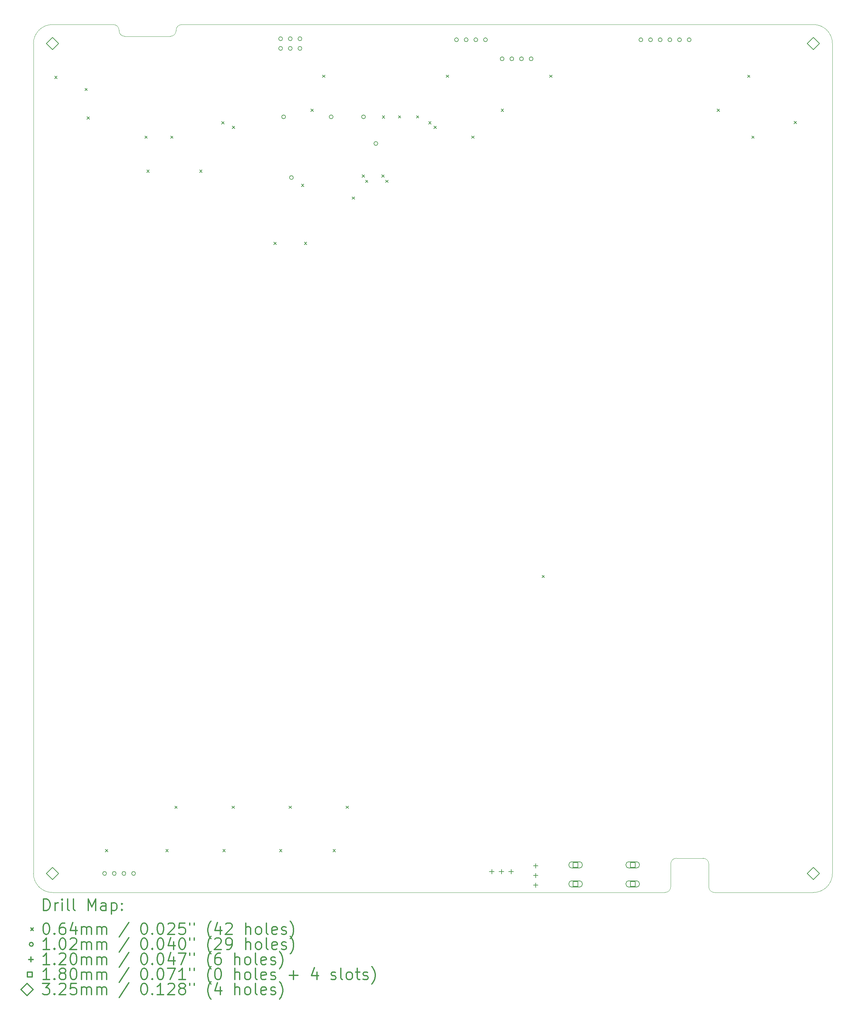
<source format=gbr>
%FSLAX45Y45*%
G04 Gerber Fmt 4.5, Leading zero omitted, Abs format (unit mm)*
G04 Created by KiCad (PCBNEW 0.201501251816+5388~20~ubuntu14.10.1-product) date Monday 26 January 2015 05:00:08 PM IST*
%MOMM*%
G01*
G04 APERTURE LIST*
%ADD10C,0.127000*%
%ADD11C,0.100000*%
%ADD12C,0.200000*%
%ADD13C,0.300000*%
G04 APERTURE END LIST*
D10*
D11*
X22000000Y-26900000D02*
X5900000Y-26900000D01*
X23300000Y-26900000D02*
X25900000Y-26900000D01*
X23150000Y-26150000D02*
X23150000Y-26750000D01*
X22150000Y-26750000D02*
X22150000Y-26150000D01*
X23150000Y-26750000D02*
G75*
G03X23300000Y-26900000I150000J0D01*
G01*
X22000000Y-26900000D02*
G75*
G03X22150000Y-26750000I0J150000D01*
G01*
X23150000Y-26150000D02*
G75*
G03X23000000Y-26000000I-150000J0D01*
G01*
X22300000Y-26000000D02*
G75*
G03X22150000Y-26150000I0J-150000D01*
G01*
X26400000Y-4600000D02*
X26400000Y-26400000D01*
X9300000Y-4100000D02*
X25900000Y-4100000D01*
X7500000Y-4100000D02*
X5900000Y-4100000D01*
X7650000Y-4250000D02*
X7650000Y-4260000D01*
X7650000Y-4250000D02*
G75*
G03X7500000Y-4100000I-150000J0D01*
G01*
X9150000Y-4250000D02*
X9150000Y-4260000D01*
X9300000Y-4100000D02*
G75*
G03X9150000Y-4250000I0J-150000D01*
G01*
X9000000Y-4410000D02*
G75*
G03X9150000Y-4260000I0J150000D01*
G01*
X7650000Y-4260000D02*
G75*
G03X7800000Y-4410000I150000J0D01*
G01*
X8400000Y-4410000D02*
X9000000Y-4410000D01*
X8400000Y-4410000D02*
X7800000Y-4410000D01*
X5400000Y-26400000D02*
X5400000Y-4600000D01*
X25900000Y-26900000D02*
G75*
G03X26400000Y-26400000I0J500000D01*
G01*
X26400000Y-4600000D02*
G75*
G03X25900000Y-4100000I-500000J0D01*
G01*
X5900000Y-4100000D02*
G75*
G03X5400000Y-4600000I0J-500000D01*
G01*
X5400000Y-26400000D02*
G75*
G03X5900000Y-26900000I500000J0D01*
G01*
X23000000Y-26000000D02*
X22300000Y-26000000D01*
D12*
X5958250Y-5458250D02*
X6021750Y-5521750D01*
X6021750Y-5458250D02*
X5958250Y-5521750D01*
X6753250Y-5773250D02*
X6816750Y-5836750D01*
X6816750Y-5773250D02*
X6753250Y-5836750D01*
X6808250Y-6523250D02*
X6871750Y-6586750D01*
X6871750Y-6523250D02*
X6808250Y-6586750D01*
X7293250Y-25768250D02*
X7356750Y-25831750D01*
X7356750Y-25768250D02*
X7293250Y-25831750D01*
X8328250Y-7028250D02*
X8391750Y-7091750D01*
X8391750Y-7028250D02*
X8328250Y-7091750D01*
X8378250Y-7918250D02*
X8441750Y-7981750D01*
X8441750Y-7918250D02*
X8378250Y-7981750D01*
X8878250Y-25768250D02*
X8941750Y-25831750D01*
X8941750Y-25768250D02*
X8878250Y-25831750D01*
X9008250Y-7028250D02*
X9071750Y-7091750D01*
X9071750Y-7028250D02*
X9008250Y-7091750D01*
X9118250Y-24628250D02*
X9181750Y-24691750D01*
X9181750Y-24628250D02*
X9118250Y-24691750D01*
X9768250Y-7918250D02*
X9831750Y-7981750D01*
X9831750Y-7918250D02*
X9768250Y-7981750D01*
X10348250Y-6648250D02*
X10411750Y-6711750D01*
X10411750Y-6648250D02*
X10348250Y-6711750D01*
X10378250Y-25768250D02*
X10441750Y-25831750D01*
X10441750Y-25768250D02*
X10378250Y-25831750D01*
X10618250Y-24628250D02*
X10681750Y-24691750D01*
X10681750Y-24628250D02*
X10618250Y-24691750D01*
X10628250Y-6768250D02*
X10691750Y-6831750D01*
X10691750Y-6768250D02*
X10628250Y-6831750D01*
X11718250Y-9818250D02*
X11781750Y-9881750D01*
X11781750Y-9818250D02*
X11718250Y-9881750D01*
X11868250Y-25768250D02*
X11931750Y-25831750D01*
X11931750Y-25768250D02*
X11868250Y-25831750D01*
X12118250Y-24628250D02*
X12181750Y-24691750D01*
X12181750Y-24628250D02*
X12118250Y-24691750D01*
X12443250Y-8293250D02*
X12506750Y-8356750D01*
X12506750Y-8293250D02*
X12443250Y-8356750D01*
X12518250Y-9818250D02*
X12581750Y-9881750D01*
X12581750Y-9818250D02*
X12518250Y-9881750D01*
X12693250Y-6318250D02*
X12756750Y-6381750D01*
X12756750Y-6318250D02*
X12693250Y-6381750D01*
X12998250Y-5428250D02*
X13061750Y-5491750D01*
X13061750Y-5428250D02*
X12998250Y-5491750D01*
X13273250Y-25768250D02*
X13336750Y-25831750D01*
X13336750Y-25768250D02*
X13273250Y-25831750D01*
X13618250Y-24628250D02*
X13681750Y-24691750D01*
X13681750Y-24628250D02*
X13618250Y-24691750D01*
X13778250Y-8628250D02*
X13841750Y-8691750D01*
X13841750Y-8628250D02*
X13778250Y-8691750D01*
X14038250Y-8048250D02*
X14101750Y-8111750D01*
X14101750Y-8048250D02*
X14038250Y-8111750D01*
X14128250Y-8188250D02*
X14191750Y-8251750D01*
X14191750Y-8188250D02*
X14128250Y-8251750D01*
X14558250Y-8048250D02*
X14621750Y-8111750D01*
X14621750Y-8048250D02*
X14558250Y-8111750D01*
X14568250Y-6498250D02*
X14631750Y-6561750D01*
X14631750Y-6498250D02*
X14568250Y-6561750D01*
X14658250Y-8188250D02*
X14721750Y-8251750D01*
X14721750Y-8188250D02*
X14658250Y-8251750D01*
X14993250Y-6493250D02*
X15056750Y-6556750D01*
X15056750Y-6493250D02*
X14993250Y-6556750D01*
X15468250Y-6493250D02*
X15531750Y-6556750D01*
X15531750Y-6493250D02*
X15468250Y-6556750D01*
X15788250Y-6648250D02*
X15851750Y-6711750D01*
X15851750Y-6648250D02*
X15788250Y-6711750D01*
X15928250Y-6768250D02*
X15991750Y-6831750D01*
X15991750Y-6768250D02*
X15928250Y-6831750D01*
X16248250Y-5428250D02*
X16311750Y-5491750D01*
X16311750Y-5428250D02*
X16248250Y-5491750D01*
X16918250Y-7028250D02*
X16981750Y-7091750D01*
X16981750Y-7028250D02*
X16918250Y-7091750D01*
X17693250Y-6318250D02*
X17756750Y-6381750D01*
X17756750Y-6318250D02*
X17693250Y-6381750D01*
X18768250Y-18568250D02*
X18831750Y-18631750D01*
X18831750Y-18568250D02*
X18768250Y-18631750D01*
X18968250Y-5428250D02*
X19031750Y-5491750D01*
X19031750Y-5428250D02*
X18968250Y-5491750D01*
X23368250Y-6318250D02*
X23431750Y-6381750D01*
X23431750Y-6318250D02*
X23368250Y-6381750D01*
X24168250Y-5428250D02*
X24231750Y-5491750D01*
X24231750Y-5428250D02*
X24168250Y-5491750D01*
X24278250Y-7028250D02*
X24341750Y-7091750D01*
X24341750Y-7028250D02*
X24278250Y-7091750D01*
X25393250Y-6643250D02*
X25456750Y-6706750D01*
X25456750Y-6643250D02*
X25393250Y-6706750D01*
X7320000Y-26400000D02*
G75*
G03X7320000Y-26400000I-51000J0D01*
G01*
X7574000Y-26400000D02*
G75*
G03X7574000Y-26400000I-51000J0D01*
G01*
X7828000Y-26400000D02*
G75*
G03X7828000Y-26400000I-51000J0D01*
G01*
X8082000Y-26400000D02*
G75*
G03X8082000Y-26400000I-51000J0D01*
G01*
X11947000Y-4473000D02*
G75*
G03X11947000Y-4473000I-51000J0D01*
G01*
X11947000Y-4727000D02*
G75*
G03X11947000Y-4727000I-51000J0D01*
G01*
X12026000Y-6525000D02*
G75*
G03X12026000Y-6525000I-51000J0D01*
G01*
X12201000Y-4473000D02*
G75*
G03X12201000Y-4473000I-51000J0D01*
G01*
X12201000Y-4727000D02*
G75*
G03X12201000Y-4727000I-51000J0D01*
G01*
X12231000Y-8120000D02*
G75*
G03X12231000Y-8120000I-51000J0D01*
G01*
X12455000Y-4473000D02*
G75*
G03X12455000Y-4473000I-51000J0D01*
G01*
X12455000Y-4727000D02*
G75*
G03X12455000Y-4727000I-51000J0D01*
G01*
X13276000Y-6525000D02*
G75*
G03X13276000Y-6525000I-51000J0D01*
G01*
X14126000Y-6525000D02*
G75*
G03X14126000Y-6525000I-51000J0D01*
G01*
X14451000Y-7225000D02*
G75*
G03X14451000Y-7225000I-51000J0D01*
G01*
X16570000Y-4500000D02*
G75*
G03X16570000Y-4500000I-51000J0D01*
G01*
X16824000Y-4500000D02*
G75*
G03X16824000Y-4500000I-51000J0D01*
G01*
X17078000Y-4500000D02*
G75*
G03X17078000Y-4500000I-51000J0D01*
G01*
X17332000Y-4500000D02*
G75*
G03X17332000Y-4500000I-51000J0D01*
G01*
X17770000Y-5000000D02*
G75*
G03X17770000Y-5000000I-51000J0D01*
G01*
X18024000Y-5000000D02*
G75*
G03X18024000Y-5000000I-51000J0D01*
G01*
X18278000Y-5000000D02*
G75*
G03X18278000Y-5000000I-51000J0D01*
G01*
X18532000Y-5000000D02*
G75*
G03X18532000Y-5000000I-51000J0D01*
G01*
X21416000Y-4500000D02*
G75*
G03X21416000Y-4500000I-51000J0D01*
G01*
X21670000Y-4500000D02*
G75*
G03X21670000Y-4500000I-51000J0D01*
G01*
X21924000Y-4500000D02*
G75*
G03X21924000Y-4500000I-51000J0D01*
G01*
X22178000Y-4500000D02*
G75*
G03X22178000Y-4500000I-51000J0D01*
G01*
X22432000Y-4500000D02*
G75*
G03X22432000Y-4500000I-51000J0D01*
G01*
X22686000Y-4500000D02*
G75*
G03X22686000Y-4500000I-51000J0D01*
G01*
X17446000Y-26290000D02*
X17446000Y-26410000D01*
X17386000Y-26350000D02*
X17506000Y-26350000D01*
X17700000Y-26290000D02*
X17700000Y-26410000D01*
X17640000Y-26350000D02*
X17760000Y-26350000D01*
X17954000Y-26290000D02*
X17954000Y-26410000D01*
X17894000Y-26350000D02*
X18014000Y-26350000D01*
X18600000Y-26136000D02*
X18600000Y-26256000D01*
X18540000Y-26196000D02*
X18660000Y-26196000D01*
X18600000Y-26390000D02*
X18600000Y-26510000D01*
X18540000Y-26450000D02*
X18660000Y-26450000D01*
X18600000Y-26644000D02*
X18600000Y-26764000D01*
X18540000Y-26704000D02*
X18660000Y-26704000D01*
X19713640Y-26238640D02*
X19713640Y-26111360D01*
X19586360Y-26111360D01*
X19586360Y-26238640D01*
X19713640Y-26238640D01*
X19550000Y-26255000D02*
X19750000Y-26255000D01*
X19550000Y-26095000D02*
X19750000Y-26095000D01*
X19750000Y-26255000D02*
G75*
G03X19750000Y-26095000I0J80000D01*
G01*
X19550000Y-26095000D02*
G75*
G03X19550000Y-26255000I0J-80000D01*
G01*
X19713640Y-26738640D02*
X19713640Y-26611360D01*
X19586360Y-26611360D01*
X19586360Y-26738640D01*
X19713640Y-26738640D01*
X19550000Y-26755000D02*
X19750000Y-26755000D01*
X19550000Y-26595000D02*
X19750000Y-26595000D01*
X19750000Y-26755000D02*
G75*
G03X19750000Y-26595000I0J80000D01*
G01*
X19550000Y-26595000D02*
G75*
G03X19550000Y-26755000I0J-80000D01*
G01*
X21213640Y-26238640D02*
X21213640Y-26111360D01*
X21086360Y-26111360D01*
X21086360Y-26238640D01*
X21213640Y-26238640D01*
X21050000Y-26255000D02*
X21250000Y-26255000D01*
X21050000Y-26095000D02*
X21250000Y-26095000D01*
X21250000Y-26255000D02*
G75*
G03X21250000Y-26095000I0J80000D01*
G01*
X21050000Y-26095000D02*
G75*
G03X21050000Y-26255000I0J-80000D01*
G01*
X21213640Y-26738640D02*
X21213640Y-26611360D01*
X21086360Y-26611360D01*
X21086360Y-26738640D01*
X21213640Y-26738640D01*
X21050000Y-26755000D02*
X21250000Y-26755000D01*
X21050000Y-26595000D02*
X21250000Y-26595000D01*
X21250000Y-26755000D02*
G75*
G03X21250000Y-26595000I0J80000D01*
G01*
X21050000Y-26595000D02*
G75*
G03X21050000Y-26755000I0J-80000D01*
G01*
X5900000Y-4762500D02*
X6062500Y-4600000D01*
X5900000Y-4437500D01*
X5737500Y-4600000D01*
X5900000Y-4762500D01*
X5900000Y-26562500D02*
X6062500Y-26400000D01*
X5900000Y-26237500D01*
X5737500Y-26400000D01*
X5900000Y-26562500D01*
X25900000Y-4762500D02*
X26062500Y-4600000D01*
X25900000Y-4437500D01*
X25737500Y-4600000D01*
X25900000Y-4762500D01*
X25900000Y-26562500D02*
X26062500Y-26400000D01*
X25900000Y-26237500D01*
X25737500Y-26400000D01*
X25900000Y-26562500D01*
D13*
X5666428Y-27370714D02*
X5666428Y-27070714D01*
X5737857Y-27070714D01*
X5780714Y-27085000D01*
X5809286Y-27113571D01*
X5823571Y-27142143D01*
X5837857Y-27199286D01*
X5837857Y-27242143D01*
X5823571Y-27299286D01*
X5809286Y-27327857D01*
X5780714Y-27356429D01*
X5737857Y-27370714D01*
X5666428Y-27370714D01*
X5966428Y-27370714D02*
X5966428Y-27170714D01*
X5966428Y-27227857D02*
X5980714Y-27199286D01*
X5995000Y-27185000D01*
X6023571Y-27170714D01*
X6052143Y-27170714D01*
X6152143Y-27370714D02*
X6152143Y-27170714D01*
X6152143Y-27070714D02*
X6137857Y-27085000D01*
X6152143Y-27099286D01*
X6166428Y-27085000D01*
X6152143Y-27070714D01*
X6152143Y-27099286D01*
X6337857Y-27370714D02*
X6309286Y-27356429D01*
X6295000Y-27327857D01*
X6295000Y-27070714D01*
X6495000Y-27370714D02*
X6466428Y-27356429D01*
X6452143Y-27327857D01*
X6452143Y-27070714D01*
X6837857Y-27370714D02*
X6837857Y-27070714D01*
X6937857Y-27285000D01*
X7037857Y-27070714D01*
X7037857Y-27370714D01*
X7309286Y-27370714D02*
X7309286Y-27213571D01*
X7295000Y-27185000D01*
X7266428Y-27170714D01*
X7209286Y-27170714D01*
X7180714Y-27185000D01*
X7309286Y-27356429D02*
X7280714Y-27370714D01*
X7209286Y-27370714D01*
X7180714Y-27356429D01*
X7166428Y-27327857D01*
X7166428Y-27299286D01*
X7180714Y-27270714D01*
X7209286Y-27256429D01*
X7280714Y-27256429D01*
X7309286Y-27242143D01*
X7452143Y-27170714D02*
X7452143Y-27470714D01*
X7452143Y-27185000D02*
X7480714Y-27170714D01*
X7537857Y-27170714D01*
X7566428Y-27185000D01*
X7580714Y-27199286D01*
X7595000Y-27227857D01*
X7595000Y-27313571D01*
X7580714Y-27342143D01*
X7566428Y-27356429D01*
X7537857Y-27370714D01*
X7480714Y-27370714D01*
X7452143Y-27356429D01*
X7723571Y-27342143D02*
X7737857Y-27356429D01*
X7723571Y-27370714D01*
X7709286Y-27356429D01*
X7723571Y-27342143D01*
X7723571Y-27370714D01*
X7723571Y-27185000D02*
X7737857Y-27199286D01*
X7723571Y-27213571D01*
X7709286Y-27199286D01*
X7723571Y-27185000D01*
X7723571Y-27213571D01*
X5331500Y-27833250D02*
X5395000Y-27896750D01*
X5395000Y-27833250D02*
X5331500Y-27896750D01*
X5723571Y-27700714D02*
X5752143Y-27700714D01*
X5780714Y-27715000D01*
X5795000Y-27729286D01*
X5809286Y-27757857D01*
X5823571Y-27815000D01*
X5823571Y-27886429D01*
X5809286Y-27943571D01*
X5795000Y-27972143D01*
X5780714Y-27986429D01*
X5752143Y-28000714D01*
X5723571Y-28000714D01*
X5695000Y-27986429D01*
X5680714Y-27972143D01*
X5666428Y-27943571D01*
X5652143Y-27886429D01*
X5652143Y-27815000D01*
X5666428Y-27757857D01*
X5680714Y-27729286D01*
X5695000Y-27715000D01*
X5723571Y-27700714D01*
X5952143Y-27972143D02*
X5966428Y-27986429D01*
X5952143Y-28000714D01*
X5937857Y-27986429D01*
X5952143Y-27972143D01*
X5952143Y-28000714D01*
X6223571Y-27700714D02*
X6166428Y-27700714D01*
X6137857Y-27715000D01*
X6123571Y-27729286D01*
X6095000Y-27772143D01*
X6080714Y-27829286D01*
X6080714Y-27943571D01*
X6095000Y-27972143D01*
X6109286Y-27986429D01*
X6137857Y-28000714D01*
X6195000Y-28000714D01*
X6223571Y-27986429D01*
X6237857Y-27972143D01*
X6252143Y-27943571D01*
X6252143Y-27872143D01*
X6237857Y-27843571D01*
X6223571Y-27829286D01*
X6195000Y-27815000D01*
X6137857Y-27815000D01*
X6109286Y-27829286D01*
X6095000Y-27843571D01*
X6080714Y-27872143D01*
X6509286Y-27800714D02*
X6509286Y-28000714D01*
X6437857Y-27686429D02*
X6366428Y-27900714D01*
X6552143Y-27900714D01*
X6666428Y-28000714D02*
X6666428Y-27800714D01*
X6666428Y-27829286D02*
X6680714Y-27815000D01*
X6709286Y-27800714D01*
X6752143Y-27800714D01*
X6780714Y-27815000D01*
X6795000Y-27843571D01*
X6795000Y-28000714D01*
X6795000Y-27843571D02*
X6809286Y-27815000D01*
X6837857Y-27800714D01*
X6880714Y-27800714D01*
X6909286Y-27815000D01*
X6923571Y-27843571D01*
X6923571Y-28000714D01*
X7066428Y-28000714D02*
X7066428Y-27800714D01*
X7066428Y-27829286D02*
X7080714Y-27815000D01*
X7109286Y-27800714D01*
X7152143Y-27800714D01*
X7180714Y-27815000D01*
X7195000Y-27843571D01*
X7195000Y-28000714D01*
X7195000Y-27843571D02*
X7209286Y-27815000D01*
X7237857Y-27800714D01*
X7280714Y-27800714D01*
X7309286Y-27815000D01*
X7323571Y-27843571D01*
X7323571Y-28000714D01*
X7909286Y-27686429D02*
X7652143Y-28072143D01*
X8295000Y-27700714D02*
X8323571Y-27700714D01*
X8352143Y-27715000D01*
X8366428Y-27729286D01*
X8380714Y-27757857D01*
X8395000Y-27815000D01*
X8395000Y-27886429D01*
X8380714Y-27943571D01*
X8366428Y-27972143D01*
X8352143Y-27986429D01*
X8323571Y-28000714D01*
X8295000Y-28000714D01*
X8266428Y-27986429D01*
X8252143Y-27972143D01*
X8237857Y-27943571D01*
X8223571Y-27886429D01*
X8223571Y-27815000D01*
X8237857Y-27757857D01*
X8252143Y-27729286D01*
X8266428Y-27715000D01*
X8295000Y-27700714D01*
X8523571Y-27972143D02*
X8537857Y-27986429D01*
X8523571Y-28000714D01*
X8509286Y-27986429D01*
X8523571Y-27972143D01*
X8523571Y-28000714D01*
X8723571Y-27700714D02*
X8752143Y-27700714D01*
X8780714Y-27715000D01*
X8795000Y-27729286D01*
X8809286Y-27757857D01*
X8823571Y-27815000D01*
X8823571Y-27886429D01*
X8809286Y-27943571D01*
X8795000Y-27972143D01*
X8780714Y-27986429D01*
X8752143Y-28000714D01*
X8723571Y-28000714D01*
X8695000Y-27986429D01*
X8680714Y-27972143D01*
X8666428Y-27943571D01*
X8652143Y-27886429D01*
X8652143Y-27815000D01*
X8666428Y-27757857D01*
X8680714Y-27729286D01*
X8695000Y-27715000D01*
X8723571Y-27700714D01*
X8937857Y-27729286D02*
X8952143Y-27715000D01*
X8980714Y-27700714D01*
X9052143Y-27700714D01*
X9080714Y-27715000D01*
X9095000Y-27729286D01*
X9109286Y-27757857D01*
X9109286Y-27786429D01*
X9095000Y-27829286D01*
X8923571Y-28000714D01*
X9109286Y-28000714D01*
X9380714Y-27700714D02*
X9237857Y-27700714D01*
X9223571Y-27843571D01*
X9237857Y-27829286D01*
X9266428Y-27815000D01*
X9337857Y-27815000D01*
X9366428Y-27829286D01*
X9380714Y-27843571D01*
X9395000Y-27872143D01*
X9395000Y-27943571D01*
X9380714Y-27972143D01*
X9366428Y-27986429D01*
X9337857Y-28000714D01*
X9266428Y-28000714D01*
X9237857Y-27986429D01*
X9223571Y-27972143D01*
X9509286Y-27700714D02*
X9509286Y-27757857D01*
X9623571Y-27700714D02*
X9623571Y-27757857D01*
X10066428Y-28115000D02*
X10052143Y-28100714D01*
X10023571Y-28057857D01*
X10009286Y-28029286D01*
X9995000Y-27986429D01*
X9980714Y-27915000D01*
X9980714Y-27857857D01*
X9995000Y-27786429D01*
X10009286Y-27743571D01*
X10023571Y-27715000D01*
X10052143Y-27672143D01*
X10066428Y-27657857D01*
X10309286Y-27800714D02*
X10309286Y-28000714D01*
X10237857Y-27686429D02*
X10166428Y-27900714D01*
X10352143Y-27900714D01*
X10452143Y-27729286D02*
X10466428Y-27715000D01*
X10495000Y-27700714D01*
X10566428Y-27700714D01*
X10595000Y-27715000D01*
X10609286Y-27729286D01*
X10623571Y-27757857D01*
X10623571Y-27786429D01*
X10609286Y-27829286D01*
X10437857Y-28000714D01*
X10623571Y-28000714D01*
X10980714Y-28000714D02*
X10980714Y-27700714D01*
X11109286Y-28000714D02*
X11109286Y-27843571D01*
X11095000Y-27815000D01*
X11066428Y-27800714D01*
X11023571Y-27800714D01*
X10995000Y-27815000D01*
X10980714Y-27829286D01*
X11295000Y-28000714D02*
X11266428Y-27986429D01*
X11252143Y-27972143D01*
X11237857Y-27943571D01*
X11237857Y-27857857D01*
X11252143Y-27829286D01*
X11266428Y-27815000D01*
X11295000Y-27800714D01*
X11337857Y-27800714D01*
X11366428Y-27815000D01*
X11380714Y-27829286D01*
X11395000Y-27857857D01*
X11395000Y-27943571D01*
X11380714Y-27972143D01*
X11366428Y-27986429D01*
X11337857Y-28000714D01*
X11295000Y-28000714D01*
X11566428Y-28000714D02*
X11537857Y-27986429D01*
X11523571Y-27957857D01*
X11523571Y-27700714D01*
X11795000Y-27986429D02*
X11766428Y-28000714D01*
X11709286Y-28000714D01*
X11680714Y-27986429D01*
X11666428Y-27957857D01*
X11666428Y-27843571D01*
X11680714Y-27815000D01*
X11709286Y-27800714D01*
X11766428Y-27800714D01*
X11795000Y-27815000D01*
X11809286Y-27843571D01*
X11809286Y-27872143D01*
X11666428Y-27900714D01*
X11923571Y-27986429D02*
X11952143Y-28000714D01*
X12009286Y-28000714D01*
X12037857Y-27986429D01*
X12052143Y-27957857D01*
X12052143Y-27943571D01*
X12037857Y-27915000D01*
X12009286Y-27900714D01*
X11966428Y-27900714D01*
X11937857Y-27886429D01*
X11923571Y-27857857D01*
X11923571Y-27843571D01*
X11937857Y-27815000D01*
X11966428Y-27800714D01*
X12009286Y-27800714D01*
X12037857Y-27815000D01*
X12152143Y-28115000D02*
X12166428Y-28100714D01*
X12195000Y-28057857D01*
X12209286Y-28029286D01*
X12223571Y-27986429D01*
X12237857Y-27915000D01*
X12237857Y-27857857D01*
X12223571Y-27786429D01*
X12209286Y-27743571D01*
X12195000Y-27715000D01*
X12166428Y-27672143D01*
X12152143Y-27657857D01*
X5395000Y-28261000D02*
G75*
G03X5395000Y-28261000I-51000J0D01*
G01*
X5823571Y-28396714D02*
X5652143Y-28396714D01*
X5737857Y-28396714D02*
X5737857Y-28096714D01*
X5709286Y-28139571D01*
X5680714Y-28168143D01*
X5652143Y-28182429D01*
X5952143Y-28368143D02*
X5966428Y-28382429D01*
X5952143Y-28396714D01*
X5937857Y-28382429D01*
X5952143Y-28368143D01*
X5952143Y-28396714D01*
X6152143Y-28096714D02*
X6180714Y-28096714D01*
X6209286Y-28111000D01*
X6223571Y-28125286D01*
X6237857Y-28153857D01*
X6252143Y-28211000D01*
X6252143Y-28282429D01*
X6237857Y-28339571D01*
X6223571Y-28368143D01*
X6209286Y-28382429D01*
X6180714Y-28396714D01*
X6152143Y-28396714D01*
X6123571Y-28382429D01*
X6109286Y-28368143D01*
X6095000Y-28339571D01*
X6080714Y-28282429D01*
X6080714Y-28211000D01*
X6095000Y-28153857D01*
X6109286Y-28125286D01*
X6123571Y-28111000D01*
X6152143Y-28096714D01*
X6366428Y-28125286D02*
X6380714Y-28111000D01*
X6409286Y-28096714D01*
X6480714Y-28096714D01*
X6509286Y-28111000D01*
X6523571Y-28125286D01*
X6537857Y-28153857D01*
X6537857Y-28182429D01*
X6523571Y-28225286D01*
X6352143Y-28396714D01*
X6537857Y-28396714D01*
X6666428Y-28396714D02*
X6666428Y-28196714D01*
X6666428Y-28225286D02*
X6680714Y-28211000D01*
X6709286Y-28196714D01*
X6752143Y-28196714D01*
X6780714Y-28211000D01*
X6795000Y-28239571D01*
X6795000Y-28396714D01*
X6795000Y-28239571D02*
X6809286Y-28211000D01*
X6837857Y-28196714D01*
X6880714Y-28196714D01*
X6909286Y-28211000D01*
X6923571Y-28239571D01*
X6923571Y-28396714D01*
X7066428Y-28396714D02*
X7066428Y-28196714D01*
X7066428Y-28225286D02*
X7080714Y-28211000D01*
X7109286Y-28196714D01*
X7152143Y-28196714D01*
X7180714Y-28211000D01*
X7195000Y-28239571D01*
X7195000Y-28396714D01*
X7195000Y-28239571D02*
X7209286Y-28211000D01*
X7237857Y-28196714D01*
X7280714Y-28196714D01*
X7309286Y-28211000D01*
X7323571Y-28239571D01*
X7323571Y-28396714D01*
X7909286Y-28082429D02*
X7652143Y-28468143D01*
X8295000Y-28096714D02*
X8323571Y-28096714D01*
X8352143Y-28111000D01*
X8366428Y-28125286D01*
X8380714Y-28153857D01*
X8395000Y-28211000D01*
X8395000Y-28282429D01*
X8380714Y-28339571D01*
X8366428Y-28368143D01*
X8352143Y-28382429D01*
X8323571Y-28396714D01*
X8295000Y-28396714D01*
X8266428Y-28382429D01*
X8252143Y-28368143D01*
X8237857Y-28339571D01*
X8223571Y-28282429D01*
X8223571Y-28211000D01*
X8237857Y-28153857D01*
X8252143Y-28125286D01*
X8266428Y-28111000D01*
X8295000Y-28096714D01*
X8523571Y-28368143D02*
X8537857Y-28382429D01*
X8523571Y-28396714D01*
X8509286Y-28382429D01*
X8523571Y-28368143D01*
X8523571Y-28396714D01*
X8723571Y-28096714D02*
X8752143Y-28096714D01*
X8780714Y-28111000D01*
X8795000Y-28125286D01*
X8809286Y-28153857D01*
X8823571Y-28211000D01*
X8823571Y-28282429D01*
X8809286Y-28339571D01*
X8795000Y-28368143D01*
X8780714Y-28382429D01*
X8752143Y-28396714D01*
X8723571Y-28396714D01*
X8695000Y-28382429D01*
X8680714Y-28368143D01*
X8666428Y-28339571D01*
X8652143Y-28282429D01*
X8652143Y-28211000D01*
X8666428Y-28153857D01*
X8680714Y-28125286D01*
X8695000Y-28111000D01*
X8723571Y-28096714D01*
X9080714Y-28196714D02*
X9080714Y-28396714D01*
X9009286Y-28082429D02*
X8937857Y-28296714D01*
X9123571Y-28296714D01*
X9295000Y-28096714D02*
X9323571Y-28096714D01*
X9352143Y-28111000D01*
X9366428Y-28125286D01*
X9380714Y-28153857D01*
X9395000Y-28211000D01*
X9395000Y-28282429D01*
X9380714Y-28339571D01*
X9366428Y-28368143D01*
X9352143Y-28382429D01*
X9323571Y-28396714D01*
X9295000Y-28396714D01*
X9266428Y-28382429D01*
X9252143Y-28368143D01*
X9237857Y-28339571D01*
X9223571Y-28282429D01*
X9223571Y-28211000D01*
X9237857Y-28153857D01*
X9252143Y-28125286D01*
X9266428Y-28111000D01*
X9295000Y-28096714D01*
X9509286Y-28096714D02*
X9509286Y-28153857D01*
X9623571Y-28096714D02*
X9623571Y-28153857D01*
X10066428Y-28511000D02*
X10052143Y-28496714D01*
X10023571Y-28453857D01*
X10009286Y-28425286D01*
X9995000Y-28382429D01*
X9980714Y-28311000D01*
X9980714Y-28253857D01*
X9995000Y-28182429D01*
X10009286Y-28139571D01*
X10023571Y-28111000D01*
X10052143Y-28068143D01*
X10066428Y-28053857D01*
X10166428Y-28125286D02*
X10180714Y-28111000D01*
X10209286Y-28096714D01*
X10280714Y-28096714D01*
X10309286Y-28111000D01*
X10323571Y-28125286D01*
X10337857Y-28153857D01*
X10337857Y-28182429D01*
X10323571Y-28225286D01*
X10152143Y-28396714D01*
X10337857Y-28396714D01*
X10480714Y-28396714D02*
X10537857Y-28396714D01*
X10566428Y-28382429D01*
X10580714Y-28368143D01*
X10609286Y-28325286D01*
X10623571Y-28268143D01*
X10623571Y-28153857D01*
X10609286Y-28125286D01*
X10595000Y-28111000D01*
X10566428Y-28096714D01*
X10509286Y-28096714D01*
X10480714Y-28111000D01*
X10466428Y-28125286D01*
X10452143Y-28153857D01*
X10452143Y-28225286D01*
X10466428Y-28253857D01*
X10480714Y-28268143D01*
X10509286Y-28282429D01*
X10566428Y-28282429D01*
X10595000Y-28268143D01*
X10609286Y-28253857D01*
X10623571Y-28225286D01*
X10980714Y-28396714D02*
X10980714Y-28096714D01*
X11109286Y-28396714D02*
X11109286Y-28239571D01*
X11095000Y-28211000D01*
X11066428Y-28196714D01*
X11023571Y-28196714D01*
X10995000Y-28211000D01*
X10980714Y-28225286D01*
X11295000Y-28396714D02*
X11266428Y-28382429D01*
X11252143Y-28368143D01*
X11237857Y-28339571D01*
X11237857Y-28253857D01*
X11252143Y-28225286D01*
X11266428Y-28211000D01*
X11295000Y-28196714D01*
X11337857Y-28196714D01*
X11366428Y-28211000D01*
X11380714Y-28225286D01*
X11395000Y-28253857D01*
X11395000Y-28339571D01*
X11380714Y-28368143D01*
X11366428Y-28382429D01*
X11337857Y-28396714D01*
X11295000Y-28396714D01*
X11566428Y-28396714D02*
X11537857Y-28382429D01*
X11523571Y-28353857D01*
X11523571Y-28096714D01*
X11795000Y-28382429D02*
X11766428Y-28396714D01*
X11709286Y-28396714D01*
X11680714Y-28382429D01*
X11666428Y-28353857D01*
X11666428Y-28239571D01*
X11680714Y-28211000D01*
X11709286Y-28196714D01*
X11766428Y-28196714D01*
X11795000Y-28211000D01*
X11809286Y-28239571D01*
X11809286Y-28268143D01*
X11666428Y-28296714D01*
X11923571Y-28382429D02*
X11952143Y-28396714D01*
X12009286Y-28396714D01*
X12037857Y-28382429D01*
X12052143Y-28353857D01*
X12052143Y-28339571D01*
X12037857Y-28311000D01*
X12009286Y-28296714D01*
X11966428Y-28296714D01*
X11937857Y-28282429D01*
X11923571Y-28253857D01*
X11923571Y-28239571D01*
X11937857Y-28211000D01*
X11966428Y-28196714D01*
X12009286Y-28196714D01*
X12037857Y-28211000D01*
X12152143Y-28511000D02*
X12166428Y-28496714D01*
X12195000Y-28453857D01*
X12209286Y-28425286D01*
X12223571Y-28382429D01*
X12237857Y-28311000D01*
X12237857Y-28253857D01*
X12223571Y-28182429D01*
X12209286Y-28139571D01*
X12195000Y-28111000D01*
X12166428Y-28068143D01*
X12152143Y-28053857D01*
X5335000Y-28597000D02*
X5335000Y-28717000D01*
X5275000Y-28657000D02*
X5395000Y-28657000D01*
X5823571Y-28792714D02*
X5652143Y-28792714D01*
X5737857Y-28792714D02*
X5737857Y-28492714D01*
X5709286Y-28535571D01*
X5680714Y-28564143D01*
X5652143Y-28578429D01*
X5952143Y-28764143D02*
X5966428Y-28778429D01*
X5952143Y-28792714D01*
X5937857Y-28778429D01*
X5952143Y-28764143D01*
X5952143Y-28792714D01*
X6080714Y-28521286D02*
X6095000Y-28507000D01*
X6123571Y-28492714D01*
X6195000Y-28492714D01*
X6223571Y-28507000D01*
X6237857Y-28521286D01*
X6252143Y-28549857D01*
X6252143Y-28578429D01*
X6237857Y-28621286D01*
X6066428Y-28792714D01*
X6252143Y-28792714D01*
X6437857Y-28492714D02*
X6466428Y-28492714D01*
X6495000Y-28507000D01*
X6509286Y-28521286D01*
X6523571Y-28549857D01*
X6537857Y-28607000D01*
X6537857Y-28678429D01*
X6523571Y-28735571D01*
X6509286Y-28764143D01*
X6495000Y-28778429D01*
X6466428Y-28792714D01*
X6437857Y-28792714D01*
X6409286Y-28778429D01*
X6395000Y-28764143D01*
X6380714Y-28735571D01*
X6366428Y-28678429D01*
X6366428Y-28607000D01*
X6380714Y-28549857D01*
X6395000Y-28521286D01*
X6409286Y-28507000D01*
X6437857Y-28492714D01*
X6666428Y-28792714D02*
X6666428Y-28592714D01*
X6666428Y-28621286D02*
X6680714Y-28607000D01*
X6709286Y-28592714D01*
X6752143Y-28592714D01*
X6780714Y-28607000D01*
X6795000Y-28635571D01*
X6795000Y-28792714D01*
X6795000Y-28635571D02*
X6809286Y-28607000D01*
X6837857Y-28592714D01*
X6880714Y-28592714D01*
X6909286Y-28607000D01*
X6923571Y-28635571D01*
X6923571Y-28792714D01*
X7066428Y-28792714D02*
X7066428Y-28592714D01*
X7066428Y-28621286D02*
X7080714Y-28607000D01*
X7109286Y-28592714D01*
X7152143Y-28592714D01*
X7180714Y-28607000D01*
X7195000Y-28635571D01*
X7195000Y-28792714D01*
X7195000Y-28635571D02*
X7209286Y-28607000D01*
X7237857Y-28592714D01*
X7280714Y-28592714D01*
X7309286Y-28607000D01*
X7323571Y-28635571D01*
X7323571Y-28792714D01*
X7909286Y-28478429D02*
X7652143Y-28864143D01*
X8295000Y-28492714D02*
X8323571Y-28492714D01*
X8352143Y-28507000D01*
X8366428Y-28521286D01*
X8380714Y-28549857D01*
X8395000Y-28607000D01*
X8395000Y-28678429D01*
X8380714Y-28735571D01*
X8366428Y-28764143D01*
X8352143Y-28778429D01*
X8323571Y-28792714D01*
X8295000Y-28792714D01*
X8266428Y-28778429D01*
X8252143Y-28764143D01*
X8237857Y-28735571D01*
X8223571Y-28678429D01*
X8223571Y-28607000D01*
X8237857Y-28549857D01*
X8252143Y-28521286D01*
X8266428Y-28507000D01*
X8295000Y-28492714D01*
X8523571Y-28764143D02*
X8537857Y-28778429D01*
X8523571Y-28792714D01*
X8509286Y-28778429D01*
X8523571Y-28764143D01*
X8523571Y-28792714D01*
X8723571Y-28492714D02*
X8752143Y-28492714D01*
X8780714Y-28507000D01*
X8795000Y-28521286D01*
X8809286Y-28549857D01*
X8823571Y-28607000D01*
X8823571Y-28678429D01*
X8809286Y-28735571D01*
X8795000Y-28764143D01*
X8780714Y-28778429D01*
X8752143Y-28792714D01*
X8723571Y-28792714D01*
X8695000Y-28778429D01*
X8680714Y-28764143D01*
X8666428Y-28735571D01*
X8652143Y-28678429D01*
X8652143Y-28607000D01*
X8666428Y-28549857D01*
X8680714Y-28521286D01*
X8695000Y-28507000D01*
X8723571Y-28492714D01*
X9080714Y-28592714D02*
X9080714Y-28792714D01*
X9009286Y-28478429D02*
X8937857Y-28692714D01*
X9123571Y-28692714D01*
X9209286Y-28492714D02*
X9409286Y-28492714D01*
X9280714Y-28792714D01*
X9509286Y-28492714D02*
X9509286Y-28549857D01*
X9623571Y-28492714D02*
X9623571Y-28549857D01*
X10066428Y-28907000D02*
X10052143Y-28892714D01*
X10023571Y-28849857D01*
X10009286Y-28821286D01*
X9995000Y-28778429D01*
X9980714Y-28707000D01*
X9980714Y-28649857D01*
X9995000Y-28578429D01*
X10009286Y-28535571D01*
X10023571Y-28507000D01*
X10052143Y-28464143D01*
X10066428Y-28449857D01*
X10309286Y-28492714D02*
X10252143Y-28492714D01*
X10223571Y-28507000D01*
X10209286Y-28521286D01*
X10180714Y-28564143D01*
X10166428Y-28621286D01*
X10166428Y-28735571D01*
X10180714Y-28764143D01*
X10195000Y-28778429D01*
X10223571Y-28792714D01*
X10280714Y-28792714D01*
X10309286Y-28778429D01*
X10323571Y-28764143D01*
X10337857Y-28735571D01*
X10337857Y-28664143D01*
X10323571Y-28635571D01*
X10309286Y-28621286D01*
X10280714Y-28607000D01*
X10223571Y-28607000D01*
X10195000Y-28621286D01*
X10180714Y-28635571D01*
X10166428Y-28664143D01*
X10695000Y-28792714D02*
X10695000Y-28492714D01*
X10823571Y-28792714D02*
X10823571Y-28635571D01*
X10809286Y-28607000D01*
X10780714Y-28592714D01*
X10737857Y-28592714D01*
X10709286Y-28607000D01*
X10695000Y-28621286D01*
X11009286Y-28792714D02*
X10980714Y-28778429D01*
X10966428Y-28764143D01*
X10952143Y-28735571D01*
X10952143Y-28649857D01*
X10966428Y-28621286D01*
X10980714Y-28607000D01*
X11009286Y-28592714D01*
X11052143Y-28592714D01*
X11080714Y-28607000D01*
X11095000Y-28621286D01*
X11109286Y-28649857D01*
X11109286Y-28735571D01*
X11095000Y-28764143D01*
X11080714Y-28778429D01*
X11052143Y-28792714D01*
X11009286Y-28792714D01*
X11280714Y-28792714D02*
X11252143Y-28778429D01*
X11237857Y-28749857D01*
X11237857Y-28492714D01*
X11509286Y-28778429D02*
X11480714Y-28792714D01*
X11423571Y-28792714D01*
X11395000Y-28778429D01*
X11380714Y-28749857D01*
X11380714Y-28635571D01*
X11395000Y-28607000D01*
X11423571Y-28592714D01*
X11480714Y-28592714D01*
X11509286Y-28607000D01*
X11523571Y-28635571D01*
X11523571Y-28664143D01*
X11380714Y-28692714D01*
X11637857Y-28778429D02*
X11666428Y-28792714D01*
X11723571Y-28792714D01*
X11752143Y-28778429D01*
X11766428Y-28749857D01*
X11766428Y-28735571D01*
X11752143Y-28707000D01*
X11723571Y-28692714D01*
X11680714Y-28692714D01*
X11652143Y-28678429D01*
X11637857Y-28649857D01*
X11637857Y-28635571D01*
X11652143Y-28607000D01*
X11680714Y-28592714D01*
X11723571Y-28592714D01*
X11752143Y-28607000D01*
X11866428Y-28907000D02*
X11880714Y-28892714D01*
X11909286Y-28849857D01*
X11923571Y-28821286D01*
X11937857Y-28778429D01*
X11952143Y-28707000D01*
X11952143Y-28649857D01*
X11937857Y-28578429D01*
X11923571Y-28535571D01*
X11909286Y-28507000D01*
X11880714Y-28464143D01*
X11866428Y-28449857D01*
X5368640Y-29116640D02*
X5368640Y-28989360D01*
X5241360Y-28989360D01*
X5241360Y-29116640D01*
X5368640Y-29116640D01*
X5823571Y-29188714D02*
X5652143Y-29188714D01*
X5737857Y-29188714D02*
X5737857Y-28888714D01*
X5709286Y-28931571D01*
X5680714Y-28960143D01*
X5652143Y-28974429D01*
X5952143Y-29160143D02*
X5966428Y-29174429D01*
X5952143Y-29188714D01*
X5937857Y-29174429D01*
X5952143Y-29160143D01*
X5952143Y-29188714D01*
X6137857Y-29017286D02*
X6109286Y-29003000D01*
X6095000Y-28988714D01*
X6080714Y-28960143D01*
X6080714Y-28945857D01*
X6095000Y-28917286D01*
X6109286Y-28903000D01*
X6137857Y-28888714D01*
X6195000Y-28888714D01*
X6223571Y-28903000D01*
X6237857Y-28917286D01*
X6252143Y-28945857D01*
X6252143Y-28960143D01*
X6237857Y-28988714D01*
X6223571Y-29003000D01*
X6195000Y-29017286D01*
X6137857Y-29017286D01*
X6109286Y-29031571D01*
X6095000Y-29045857D01*
X6080714Y-29074429D01*
X6080714Y-29131571D01*
X6095000Y-29160143D01*
X6109286Y-29174429D01*
X6137857Y-29188714D01*
X6195000Y-29188714D01*
X6223571Y-29174429D01*
X6237857Y-29160143D01*
X6252143Y-29131571D01*
X6252143Y-29074429D01*
X6237857Y-29045857D01*
X6223571Y-29031571D01*
X6195000Y-29017286D01*
X6437857Y-28888714D02*
X6466428Y-28888714D01*
X6495000Y-28903000D01*
X6509286Y-28917286D01*
X6523571Y-28945857D01*
X6537857Y-29003000D01*
X6537857Y-29074429D01*
X6523571Y-29131571D01*
X6509286Y-29160143D01*
X6495000Y-29174429D01*
X6466428Y-29188714D01*
X6437857Y-29188714D01*
X6409286Y-29174429D01*
X6395000Y-29160143D01*
X6380714Y-29131571D01*
X6366428Y-29074429D01*
X6366428Y-29003000D01*
X6380714Y-28945857D01*
X6395000Y-28917286D01*
X6409286Y-28903000D01*
X6437857Y-28888714D01*
X6666428Y-29188714D02*
X6666428Y-28988714D01*
X6666428Y-29017286D02*
X6680714Y-29003000D01*
X6709286Y-28988714D01*
X6752143Y-28988714D01*
X6780714Y-29003000D01*
X6795000Y-29031571D01*
X6795000Y-29188714D01*
X6795000Y-29031571D02*
X6809286Y-29003000D01*
X6837857Y-28988714D01*
X6880714Y-28988714D01*
X6909286Y-29003000D01*
X6923571Y-29031571D01*
X6923571Y-29188714D01*
X7066428Y-29188714D02*
X7066428Y-28988714D01*
X7066428Y-29017286D02*
X7080714Y-29003000D01*
X7109286Y-28988714D01*
X7152143Y-28988714D01*
X7180714Y-29003000D01*
X7195000Y-29031571D01*
X7195000Y-29188714D01*
X7195000Y-29031571D02*
X7209286Y-29003000D01*
X7237857Y-28988714D01*
X7280714Y-28988714D01*
X7309286Y-29003000D01*
X7323571Y-29031571D01*
X7323571Y-29188714D01*
X7909286Y-28874429D02*
X7652143Y-29260143D01*
X8295000Y-28888714D02*
X8323571Y-28888714D01*
X8352143Y-28903000D01*
X8366428Y-28917286D01*
X8380714Y-28945857D01*
X8395000Y-29003000D01*
X8395000Y-29074429D01*
X8380714Y-29131571D01*
X8366428Y-29160143D01*
X8352143Y-29174429D01*
X8323571Y-29188714D01*
X8295000Y-29188714D01*
X8266428Y-29174429D01*
X8252143Y-29160143D01*
X8237857Y-29131571D01*
X8223571Y-29074429D01*
X8223571Y-29003000D01*
X8237857Y-28945857D01*
X8252143Y-28917286D01*
X8266428Y-28903000D01*
X8295000Y-28888714D01*
X8523571Y-29160143D02*
X8537857Y-29174429D01*
X8523571Y-29188714D01*
X8509286Y-29174429D01*
X8523571Y-29160143D01*
X8523571Y-29188714D01*
X8723571Y-28888714D02*
X8752143Y-28888714D01*
X8780714Y-28903000D01*
X8795000Y-28917286D01*
X8809286Y-28945857D01*
X8823571Y-29003000D01*
X8823571Y-29074429D01*
X8809286Y-29131571D01*
X8795000Y-29160143D01*
X8780714Y-29174429D01*
X8752143Y-29188714D01*
X8723571Y-29188714D01*
X8695000Y-29174429D01*
X8680714Y-29160143D01*
X8666428Y-29131571D01*
X8652143Y-29074429D01*
X8652143Y-29003000D01*
X8666428Y-28945857D01*
X8680714Y-28917286D01*
X8695000Y-28903000D01*
X8723571Y-28888714D01*
X8923571Y-28888714D02*
X9123571Y-28888714D01*
X8995000Y-29188714D01*
X9395000Y-29188714D02*
X9223571Y-29188714D01*
X9309286Y-29188714D02*
X9309286Y-28888714D01*
X9280714Y-28931571D01*
X9252143Y-28960143D01*
X9223571Y-28974429D01*
X9509286Y-28888714D02*
X9509286Y-28945857D01*
X9623571Y-28888714D02*
X9623571Y-28945857D01*
X10066428Y-29303000D02*
X10052143Y-29288714D01*
X10023571Y-29245857D01*
X10009286Y-29217286D01*
X9995000Y-29174429D01*
X9980714Y-29103000D01*
X9980714Y-29045857D01*
X9995000Y-28974429D01*
X10009286Y-28931571D01*
X10023571Y-28903000D01*
X10052143Y-28860143D01*
X10066428Y-28845857D01*
X10237857Y-28888714D02*
X10266428Y-28888714D01*
X10295000Y-28903000D01*
X10309286Y-28917286D01*
X10323571Y-28945857D01*
X10337857Y-29003000D01*
X10337857Y-29074429D01*
X10323571Y-29131571D01*
X10309286Y-29160143D01*
X10295000Y-29174429D01*
X10266428Y-29188714D01*
X10237857Y-29188714D01*
X10209286Y-29174429D01*
X10195000Y-29160143D01*
X10180714Y-29131571D01*
X10166428Y-29074429D01*
X10166428Y-29003000D01*
X10180714Y-28945857D01*
X10195000Y-28917286D01*
X10209286Y-28903000D01*
X10237857Y-28888714D01*
X10695000Y-29188714D02*
X10695000Y-28888714D01*
X10823571Y-29188714D02*
X10823571Y-29031571D01*
X10809286Y-29003000D01*
X10780714Y-28988714D01*
X10737857Y-28988714D01*
X10709286Y-29003000D01*
X10695000Y-29017286D01*
X11009286Y-29188714D02*
X10980714Y-29174429D01*
X10966428Y-29160143D01*
X10952143Y-29131571D01*
X10952143Y-29045857D01*
X10966428Y-29017286D01*
X10980714Y-29003000D01*
X11009286Y-28988714D01*
X11052143Y-28988714D01*
X11080714Y-29003000D01*
X11095000Y-29017286D01*
X11109286Y-29045857D01*
X11109286Y-29131571D01*
X11095000Y-29160143D01*
X11080714Y-29174429D01*
X11052143Y-29188714D01*
X11009286Y-29188714D01*
X11280714Y-29188714D02*
X11252143Y-29174429D01*
X11237857Y-29145857D01*
X11237857Y-28888714D01*
X11509286Y-29174429D02*
X11480714Y-29188714D01*
X11423571Y-29188714D01*
X11395000Y-29174429D01*
X11380714Y-29145857D01*
X11380714Y-29031571D01*
X11395000Y-29003000D01*
X11423571Y-28988714D01*
X11480714Y-28988714D01*
X11509286Y-29003000D01*
X11523571Y-29031571D01*
X11523571Y-29060143D01*
X11380714Y-29088714D01*
X11637857Y-29174429D02*
X11666428Y-29188714D01*
X11723571Y-29188714D01*
X11752143Y-29174429D01*
X11766428Y-29145857D01*
X11766428Y-29131571D01*
X11752143Y-29103000D01*
X11723571Y-29088714D01*
X11680714Y-29088714D01*
X11652143Y-29074429D01*
X11637857Y-29045857D01*
X11637857Y-29031571D01*
X11652143Y-29003000D01*
X11680714Y-28988714D01*
X11723571Y-28988714D01*
X11752143Y-29003000D01*
X12123571Y-29074429D02*
X12352143Y-29074429D01*
X12237857Y-29188714D02*
X12237857Y-28960143D01*
X12852143Y-28988714D02*
X12852143Y-29188714D01*
X12780714Y-28874429D02*
X12709286Y-29088714D01*
X12895000Y-29088714D01*
X13223571Y-29174429D02*
X13252143Y-29188714D01*
X13309285Y-29188714D01*
X13337857Y-29174429D01*
X13352143Y-29145857D01*
X13352143Y-29131571D01*
X13337857Y-29103000D01*
X13309285Y-29088714D01*
X13266428Y-29088714D01*
X13237857Y-29074429D01*
X13223571Y-29045857D01*
X13223571Y-29031571D01*
X13237857Y-29003000D01*
X13266428Y-28988714D01*
X13309285Y-28988714D01*
X13337857Y-29003000D01*
X13523571Y-29188714D02*
X13495000Y-29174429D01*
X13480714Y-29145857D01*
X13480714Y-28888714D01*
X13680714Y-29188714D02*
X13652143Y-29174429D01*
X13637857Y-29160143D01*
X13623571Y-29131571D01*
X13623571Y-29045857D01*
X13637857Y-29017286D01*
X13652143Y-29003000D01*
X13680714Y-28988714D01*
X13723571Y-28988714D01*
X13752143Y-29003000D01*
X13766428Y-29017286D01*
X13780714Y-29045857D01*
X13780714Y-29131571D01*
X13766428Y-29160143D01*
X13752143Y-29174429D01*
X13723571Y-29188714D01*
X13680714Y-29188714D01*
X13866428Y-28988714D02*
X13980714Y-28988714D01*
X13909286Y-28888714D02*
X13909286Y-29145857D01*
X13923571Y-29174429D01*
X13952143Y-29188714D01*
X13980714Y-29188714D01*
X14066428Y-29174429D02*
X14095000Y-29188714D01*
X14152143Y-29188714D01*
X14180714Y-29174429D01*
X14195000Y-29145857D01*
X14195000Y-29131571D01*
X14180714Y-29103000D01*
X14152143Y-29088714D01*
X14109286Y-29088714D01*
X14080714Y-29074429D01*
X14066428Y-29045857D01*
X14066428Y-29031571D01*
X14080714Y-29003000D01*
X14109286Y-28988714D01*
X14152143Y-28988714D01*
X14180714Y-29003000D01*
X14295000Y-29303000D02*
X14309286Y-29288714D01*
X14337857Y-29245857D01*
X14352143Y-29217286D01*
X14366428Y-29174429D01*
X14380714Y-29103000D01*
X14380714Y-29045857D01*
X14366428Y-28974429D01*
X14352143Y-28931571D01*
X14337857Y-28903000D01*
X14309286Y-28860143D01*
X14295000Y-28845857D01*
X5232500Y-29611500D02*
X5395000Y-29449000D01*
X5232500Y-29286500D01*
X5070000Y-29449000D01*
X5232500Y-29611500D01*
X5637857Y-29284714D02*
X5823571Y-29284714D01*
X5723571Y-29399000D01*
X5766428Y-29399000D01*
X5795000Y-29413286D01*
X5809286Y-29427571D01*
X5823571Y-29456143D01*
X5823571Y-29527571D01*
X5809286Y-29556143D01*
X5795000Y-29570429D01*
X5766428Y-29584714D01*
X5680714Y-29584714D01*
X5652143Y-29570429D01*
X5637857Y-29556143D01*
X5952143Y-29556143D02*
X5966428Y-29570429D01*
X5952143Y-29584714D01*
X5937857Y-29570429D01*
X5952143Y-29556143D01*
X5952143Y-29584714D01*
X6080714Y-29313286D02*
X6095000Y-29299000D01*
X6123571Y-29284714D01*
X6195000Y-29284714D01*
X6223571Y-29299000D01*
X6237857Y-29313286D01*
X6252143Y-29341857D01*
X6252143Y-29370429D01*
X6237857Y-29413286D01*
X6066428Y-29584714D01*
X6252143Y-29584714D01*
X6523571Y-29284714D02*
X6380714Y-29284714D01*
X6366428Y-29427571D01*
X6380714Y-29413286D01*
X6409286Y-29399000D01*
X6480714Y-29399000D01*
X6509286Y-29413286D01*
X6523571Y-29427571D01*
X6537857Y-29456143D01*
X6537857Y-29527571D01*
X6523571Y-29556143D01*
X6509286Y-29570429D01*
X6480714Y-29584714D01*
X6409286Y-29584714D01*
X6380714Y-29570429D01*
X6366428Y-29556143D01*
X6666428Y-29584714D02*
X6666428Y-29384714D01*
X6666428Y-29413286D02*
X6680714Y-29399000D01*
X6709286Y-29384714D01*
X6752143Y-29384714D01*
X6780714Y-29399000D01*
X6795000Y-29427571D01*
X6795000Y-29584714D01*
X6795000Y-29427571D02*
X6809286Y-29399000D01*
X6837857Y-29384714D01*
X6880714Y-29384714D01*
X6909286Y-29399000D01*
X6923571Y-29427571D01*
X6923571Y-29584714D01*
X7066428Y-29584714D02*
X7066428Y-29384714D01*
X7066428Y-29413286D02*
X7080714Y-29399000D01*
X7109286Y-29384714D01*
X7152143Y-29384714D01*
X7180714Y-29399000D01*
X7195000Y-29427571D01*
X7195000Y-29584714D01*
X7195000Y-29427571D02*
X7209286Y-29399000D01*
X7237857Y-29384714D01*
X7280714Y-29384714D01*
X7309286Y-29399000D01*
X7323571Y-29427571D01*
X7323571Y-29584714D01*
X7909286Y-29270429D02*
X7652143Y-29656143D01*
X8295000Y-29284714D02*
X8323571Y-29284714D01*
X8352143Y-29299000D01*
X8366428Y-29313286D01*
X8380714Y-29341857D01*
X8395000Y-29399000D01*
X8395000Y-29470429D01*
X8380714Y-29527571D01*
X8366428Y-29556143D01*
X8352143Y-29570429D01*
X8323571Y-29584714D01*
X8295000Y-29584714D01*
X8266428Y-29570429D01*
X8252143Y-29556143D01*
X8237857Y-29527571D01*
X8223571Y-29470429D01*
X8223571Y-29399000D01*
X8237857Y-29341857D01*
X8252143Y-29313286D01*
X8266428Y-29299000D01*
X8295000Y-29284714D01*
X8523571Y-29556143D02*
X8537857Y-29570429D01*
X8523571Y-29584714D01*
X8509286Y-29570429D01*
X8523571Y-29556143D01*
X8523571Y-29584714D01*
X8823571Y-29584714D02*
X8652143Y-29584714D01*
X8737857Y-29584714D02*
X8737857Y-29284714D01*
X8709286Y-29327571D01*
X8680714Y-29356143D01*
X8652143Y-29370429D01*
X8937857Y-29313286D02*
X8952143Y-29299000D01*
X8980714Y-29284714D01*
X9052143Y-29284714D01*
X9080714Y-29299000D01*
X9095000Y-29313286D01*
X9109286Y-29341857D01*
X9109286Y-29370429D01*
X9095000Y-29413286D01*
X8923571Y-29584714D01*
X9109286Y-29584714D01*
X9280714Y-29413286D02*
X9252143Y-29399000D01*
X9237857Y-29384714D01*
X9223571Y-29356143D01*
X9223571Y-29341857D01*
X9237857Y-29313286D01*
X9252143Y-29299000D01*
X9280714Y-29284714D01*
X9337857Y-29284714D01*
X9366428Y-29299000D01*
X9380714Y-29313286D01*
X9395000Y-29341857D01*
X9395000Y-29356143D01*
X9380714Y-29384714D01*
X9366428Y-29399000D01*
X9337857Y-29413286D01*
X9280714Y-29413286D01*
X9252143Y-29427571D01*
X9237857Y-29441857D01*
X9223571Y-29470429D01*
X9223571Y-29527571D01*
X9237857Y-29556143D01*
X9252143Y-29570429D01*
X9280714Y-29584714D01*
X9337857Y-29584714D01*
X9366428Y-29570429D01*
X9380714Y-29556143D01*
X9395000Y-29527571D01*
X9395000Y-29470429D01*
X9380714Y-29441857D01*
X9366428Y-29427571D01*
X9337857Y-29413286D01*
X9509286Y-29284714D02*
X9509286Y-29341857D01*
X9623571Y-29284714D02*
X9623571Y-29341857D01*
X10066428Y-29699000D02*
X10052143Y-29684714D01*
X10023571Y-29641857D01*
X10009286Y-29613286D01*
X9995000Y-29570429D01*
X9980714Y-29499000D01*
X9980714Y-29441857D01*
X9995000Y-29370429D01*
X10009286Y-29327571D01*
X10023571Y-29299000D01*
X10052143Y-29256143D01*
X10066428Y-29241857D01*
X10309286Y-29384714D02*
X10309286Y-29584714D01*
X10237857Y-29270429D02*
X10166428Y-29484714D01*
X10352143Y-29484714D01*
X10695000Y-29584714D02*
X10695000Y-29284714D01*
X10823571Y-29584714D02*
X10823571Y-29427571D01*
X10809286Y-29399000D01*
X10780714Y-29384714D01*
X10737857Y-29384714D01*
X10709286Y-29399000D01*
X10695000Y-29413286D01*
X11009286Y-29584714D02*
X10980714Y-29570429D01*
X10966428Y-29556143D01*
X10952143Y-29527571D01*
X10952143Y-29441857D01*
X10966428Y-29413286D01*
X10980714Y-29399000D01*
X11009286Y-29384714D01*
X11052143Y-29384714D01*
X11080714Y-29399000D01*
X11095000Y-29413286D01*
X11109286Y-29441857D01*
X11109286Y-29527571D01*
X11095000Y-29556143D01*
X11080714Y-29570429D01*
X11052143Y-29584714D01*
X11009286Y-29584714D01*
X11280714Y-29584714D02*
X11252143Y-29570429D01*
X11237857Y-29541857D01*
X11237857Y-29284714D01*
X11509286Y-29570429D02*
X11480714Y-29584714D01*
X11423571Y-29584714D01*
X11395000Y-29570429D01*
X11380714Y-29541857D01*
X11380714Y-29427571D01*
X11395000Y-29399000D01*
X11423571Y-29384714D01*
X11480714Y-29384714D01*
X11509286Y-29399000D01*
X11523571Y-29427571D01*
X11523571Y-29456143D01*
X11380714Y-29484714D01*
X11637857Y-29570429D02*
X11666428Y-29584714D01*
X11723571Y-29584714D01*
X11752143Y-29570429D01*
X11766428Y-29541857D01*
X11766428Y-29527571D01*
X11752143Y-29499000D01*
X11723571Y-29484714D01*
X11680714Y-29484714D01*
X11652143Y-29470429D01*
X11637857Y-29441857D01*
X11637857Y-29427571D01*
X11652143Y-29399000D01*
X11680714Y-29384714D01*
X11723571Y-29384714D01*
X11752143Y-29399000D01*
X11866428Y-29699000D02*
X11880714Y-29684714D01*
X11909286Y-29641857D01*
X11923571Y-29613286D01*
X11937857Y-29570429D01*
X11952143Y-29499000D01*
X11952143Y-29441857D01*
X11937857Y-29370429D01*
X11923571Y-29327571D01*
X11909286Y-29299000D01*
X11880714Y-29256143D01*
X11866428Y-29241857D01*
M02*

</source>
